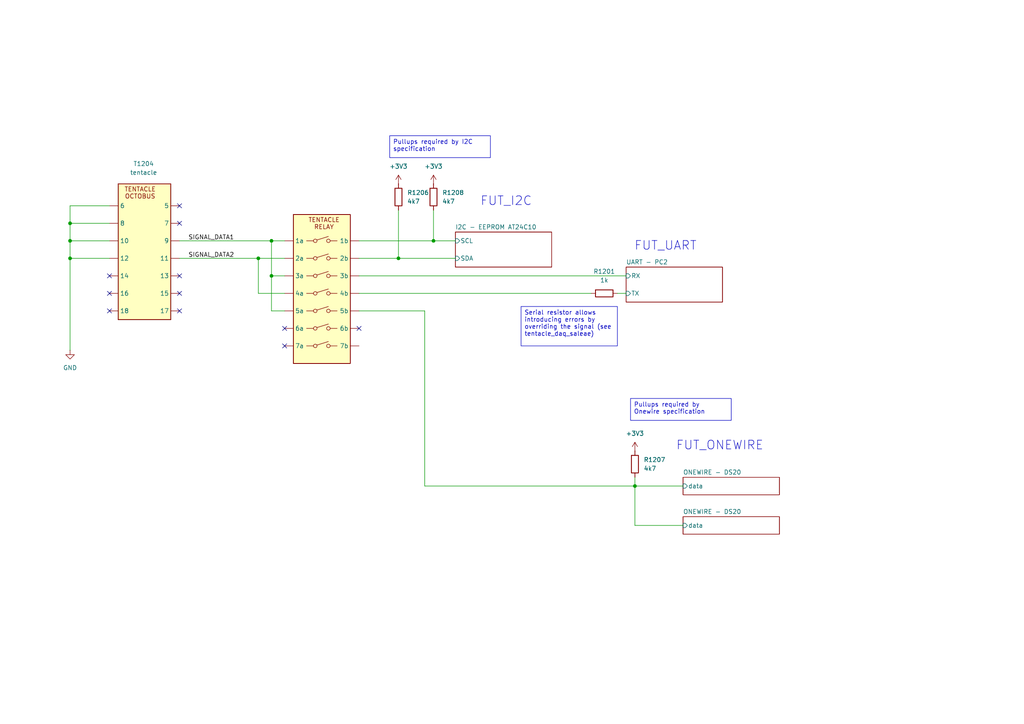
<source format=kicad_sch>
(kicad_sch (version 20231120) (generator "eeschema") (generator_version "8.0")
  (paper "A4")
  (title_block (title "tentacle_DEVICE_potpourry") (date "2024-07-16") (company "Hans Märki, Märki Informatik") (comment 1 "The MIT License (MIT)"))
  (lib_symbols
    (symbol "00_project_library:tentacle_octobus" (pin_numbers hide)
      (property "Reference" "T" (at -27.432 29.718 0))
      (property "Value" "tentacle_octobus" (at 1.27 3.81 0))
      (symbol "tentacle_octobus_1_1"
        (rectangle (start 0 0) (end 15.24 -39.37) (stroke (width 0.254)) (fill (type background)))
        (text "TENTACLE\nOCTOBUS" (at 6.35 -2.54 0) (effects (font (size 1.27 1.27))))
        (pin passive line (at -2.54 -16.51 0) (length 2.54) (name "10") (number "10"))
        (pin passive line (at 17.78 -21.59 180) (length 2.54) (name "11") (number "11"))
        (pin passive line (at -2.54 -21.59 0) (length 2.54) (name "12") (number "12"))
        (pin passive line (at 17.78 -26.67 180) (length 2.54) (name "13") (number "13"))
        (pin passive line (at -2.54 -26.67 0) (length 2.54) (name "14") (number "14"))
        (pin passive line (at 17.78 -31.75 180) (length 2.54) (name "15") (number "15"))
        (pin passive line (at -2.54 -31.75 0) (length 2.54) (name "16") (number "16"))
        (pin passive line (at 17.78 -36.83 180) (length 2.54) (name "17") (number "17"))
        (pin passive line (at -2.54 -36.83 0) (length 2.54) (name "18") (number "18"))
        (pin passive line (at 17.78 -6.35 180) (length 2.54) (name "5") (number "5"))
        (pin passive line (at -2.54 -6.35 0) (length 2.54) (name "6") (number "6"))
        (pin passive line (at 17.78 -11.43 180) (length 2.54) (name "7") (number "7"))
        (pin passive line (at -2.54 -11.43 0) (length 2.54) (name "8") (number "8"))
        (pin passive line (at 17.78 -16.51 180) (length 2.54) (name "9") (number "9"))
      )
    )
    (symbol "00_project_library:tentacle_relay" (pin_numbers hide)
      (property "Reference" "T" (at -27.432 29.718 0))
      (property "Value" "tentacle" (at 1.27 41.91 0))
      (symbol "tentacle_relay_0_1"
        (polyline (pts (xy 3.302 1.27) (xy 1.27 1.27)))
        (polyline (pts (xy 3.302 6.35) (xy 1.27 6.35)))
        (polyline (pts (xy 3.302 11.43) (xy 1.27 11.43)))
        (polyline (pts (xy 3.302 16.51) (xy 1.27 16.51)))
        (polyline (pts (xy 3.302 21.59) (xy 1.27 21.59)))
        (polyline (pts (xy 3.302 26.67) (xy 1.27 26.67)))
        (polyline (pts (xy 3.302 31.75) (xy 1.27 31.75)))
        (polyline (pts (xy 4.318 1.524) (xy 7.62 2.54)))
        (polyline (pts (xy 4.318 6.604) (xy 7.62 7.62)))
        (polyline (pts (xy 4.318 11.684) (xy 7.62 12.7)))
        (polyline (pts (xy 4.318 16.764) (xy 7.62 17.78)))
        (polyline (pts (xy 4.318 21.844) (xy 7.62 22.86)))
        (polyline (pts (xy 4.318 26.924) (xy 7.62 27.94)))
        (polyline (pts (xy 4.318 32.004) (xy 7.62 33.02)))
        (polyline (pts (xy 10.16 1.27) (xy 8.128 1.27)))
        (polyline (pts (xy 10.16 6.35) (xy 8.128 6.35)))
        (polyline (pts (xy 10.16 11.43) (xy 8.128 11.43)))
        (polyline (pts (xy 10.16 16.51) (xy 8.128 16.51)))
        (polyline (pts (xy 10.16 21.59) (xy 8.128 21.59)))
        (polyline (pts (xy 10.16 26.67) (xy 8.128 26.67)))
        (polyline (pts (xy 10.16 31.75) (xy 8.128 31.75)))
        (circle (center 3.81 1.27) (radius 0.508))
        (circle (center 3.81 6.35) (radius 0.508))
        (circle (center 3.81 11.43) (radius 0.508))
        (circle (center 3.81 16.51) (radius 0.508))
        (circle (center 3.81 21.59) (radius 0.508))
        (circle (center 3.81 26.67) (radius 0.508))
        (circle (center 3.81 31.75) (radius 0.508))
        (circle (center 7.62 1.27) (radius 0.508))
        (circle (center 7.62 6.35) (radius 0.508))
        (circle (center 7.62 11.43) (radius 0.508))
        (circle (center 7.62 16.51) (radius 0.508))
        (circle (center 7.62 21.59) (radius 0.508))
        (circle (center 7.62 26.67) (radius 0.508))
        (circle (center 7.62 31.75) (radius 0.508))
      )
      (symbol "tentacle_relay_1_1"
        (rectangle (start -2.54 39.37) (end 13.97 -3.81) (stroke (width 0.254)) (fill (type background)))
        (text "TENTACLE\nRELAY" (at 6.35 36.83 0) (effects (font (size 1.27 1.27))))
        (pin passive line (at -5.08 31.75 0) (length 2.54) (name "1a") (number ""))
        (pin passive line (at 16.51 31.75 180) (length 2.54) (name "1b") (number ""))
        (pin passive line (at -5.08 26.67 0) (length 2.54) (name "2a") (number ""))
        (pin passive line (at 16.51 26.67 180) (length 2.54) (name "2b") (number ""))
        (pin passive line (at -5.08 21.59 0) (length 2.54) (name "3a") (number ""))
        (pin passive line (at 16.51 21.59 180) (length 2.54) (name "3b") (number ""))
        (pin passive line (at -5.08 16.51 0) (length 2.54) (name "4a") (number ""))
        (pin passive line (at 16.51 16.51 180) (length 2.54) (name "4b") (number ""))
        (pin passive line (at -5.08 11.43 0) (length 2.54) (name "5a") (number ""))
        (pin passive line (at 16.51 11.43 180) (length 2.54) (name "5b") (number ""))
        (pin passive line (at -5.08 6.35 0) (length 2.54) (name "6a") (number ""))
        (pin passive line (at 16.51 6.35 180) (length 2.54) (name "6b") (number ""))
        (pin passive line (at -5.08 1.27 0) (length 2.54) (name "7a") (number ""))
        (pin passive line (at 16.51 1.27 180) (length 2.54) (name "7b") (number ""))
      )
    )
    (symbol "Device:R" (pin_numbers hide) (pin_names (offset 0))
      (property "Reference" "R" (at 2.032 0 90))
      (property "Value" "R" (at 0 0 90))
      (symbol "R_0_1"
        (rectangle (start -1.016 -2.54) (end 1.016 2.54) (stroke (width 0.254)))
      )
      (symbol "R_1_1"
        (pin passive line (at 0 3.81 270) (length 1.27) (name "~") (number "1"))
        (pin passive line (at 0 -3.81 90) (length 1.27) (name "~") (number "2"))
      )
    )
    (symbol "power:+3V3" (power) (pin_numbers hide) (pin_names (offset 0) hide)
      (property "Value" "+3V3" (at 0 3.556 0))
      (symbol "+3V3_0_1"
        (polyline (pts (xy -0.762 1.27) (xy 0 2.54)))
        (polyline (pts (xy 0 0) (xy 0 2.54)))
        (polyline (pts (xy 0 2.54) (xy 0.762 1.27)))
      )
      (symbol "+3V3_1_1"
        (pin power_in line (at 0 0 90) (length 0) (name "~") (number "1"))
      )
    )
    (symbol "power:GND" (power) (pin_numbers hide) (pin_names (offset 0) hide)
      (property "Value" "GND" (at 0 -3.81 0))
      (symbol "GND_0_1"
        (polyline (pts (xy 0 0) (xy 0 -1.27) (xy 1.27 -1.27) (xy 0 -2.54) (xy -1.27 -1.27) (xy 0 -1.27)))
      )
      (symbol "GND_1_1"
        (pin power_in line (at 0 0 270) (length 0) (name "~") (number "1"))
      )
    )
  )
  (junction (at 184.15 140.97))
  (junction (at 115.57 74.93))
  (junction (at 78.74 69.85))
  (junction (at 20.32 64.77))
  (junction (at 20.32 74.93))
  (junction (at 125.73 69.85))
  (junction (at 78.74 80.01))
  (junction (at 20.32 69.85))
  (junction (at 74.93 74.93))
  (no_connect (at 82.55 95.25))
  (no_connect (at 52.07 90.17))
  (no_connect (at 52.07 59.69))
  (no_connect (at 31.75 90.17))
  (no_connect (at 31.75 85.09))
  (no_connect (at 104.14 95.25))
  (no_connect (at 52.07 64.77))
  (no_connect (at 52.07 85.09))
  (no_connect (at 82.55 100.33))
  (no_connect (at 52.07 80.01))
  (no_connect (at 31.75 80.01))
  (wire (pts (xy 20.32 69.85) (xy 20.32 74.93)))
  (wire (pts (xy 125.73 60.96) (xy 125.73 69.85)))
  (wire (pts (xy 123.19 90.17) (xy 123.19 140.97)))
  (wire (pts (xy 82.55 85.09) (xy 74.93 85.09)))
  (wire (pts (xy 78.74 90.17) (xy 78.74 80.01)))
  (wire (pts (xy 52.07 69.85) (xy 78.74 69.85)))
  (wire (pts (xy 20.32 74.93) (xy 31.75 74.93)))
  (wire (pts (xy 125.73 69.85) (xy 132.08 69.85)))
  (wire (pts (xy 20.32 64.77) (xy 31.75 64.77)))
  (wire (pts (xy 20.32 74.93) (xy 20.32 101.6)))
  (wire (pts (xy 123.19 140.97) (xy 184.15 140.97)))
  (wire (pts (xy 132.08 74.93) (xy 115.57 74.93)))
  (wire (pts (xy 104.14 80.01) (xy 181.61 80.01)))
  (wire (pts (xy 20.32 64.77) (xy 20.32 69.85)))
  (wire (pts (xy 74.93 74.93) (xy 82.55 74.93)))
  (wire (pts (xy 184.15 152.4) (xy 198.12 152.4)))
  (wire (pts (xy 82.55 80.01) (xy 78.74 80.01)))
  (wire (pts (xy 104.14 74.93) (xy 115.57 74.93)))
  (wire (pts (xy 82.55 90.17) (xy 78.74 90.17)))
  (wire (pts (xy 184.15 140.97) (xy 184.15 152.4)))
  (wire (pts (xy 20.32 59.69) (xy 20.32 64.77)))
  (wire (pts (xy 78.74 69.85) (xy 82.55 69.85)))
  (wire (pts (xy 115.57 60.96) (xy 115.57 74.93)))
  (wire (pts (xy 20.32 69.85) (xy 31.75 69.85)))
  (wire (pts (xy 184.15 138.43) (xy 184.15 140.97)))
  (wire (pts (xy 104.14 85.09) (xy 171.45 85.09)))
  (wire (pts (xy 78.74 80.01) (xy 78.74 69.85)))
  (wire (pts (xy 179.07 85.09) (xy 181.61 85.09)))
  (wire (pts (xy 74.93 74.93) (xy 74.93 85.09)))
  (wire (pts (xy 31.75 59.69) (xy 20.32 59.69)))
  (wire (pts (xy 52.07 74.93) (xy 74.93 74.93)))
  (wire (pts (xy 104.14 69.85) (xy 125.73 69.85)))
  (wire (pts (xy 184.15 140.97) (xy 198.12 140.97)))
  (wire (pts (xy 104.14 90.17) (xy 123.19 90.17)))
  (text_box "Pullups required by Onewire specification" (at 182.88 115.57 0) (size 29.21 6.35) (effects (font (size 1.27 1.27)) (justify left top)))
  (text_box "Serial resistor allows introducing errors by overriding the signal (see tentacle_daq_saleae)" (at 151.13 88.9 0) (size 27.94 11.43) (effects (font (size 1.27 1.27)) (justify left top)))
  (text_box "Pullups required by I2C specification" (at 113.03 39.37 0) (size 29.21 6.35) (effects (font (size 1.27 1.27)) (justify left top)))
  (text "FUT_ONEWIRE" (at 208.788 129.286 0) (effects (font (size 2.54 2.54))))
  (text "FUT_I2C" (at 146.812 58.42 0) (effects (font (size 2.54 2.54))))
  (text "FUT_UART" (at 193.04 71.374 0) (effects (font (size 2.54 2.54))))
  (text "${SHEETNAME}" (at 54.864 34.036 0) (effects (font (size 2.54 2.54) (thickness 0.508) (bold yes))))
  (label "SIGNAL_DATA2" (at 54.61 74.93 0))
  (label "SIGNAL_DATA1" (at 54.61 69.85 0))
  (symbol (lib_id "Device:R") (at 115.57 57.15 0) (unit 1)
    (property "Reference" "R1206" (at 118.11 55.8799 0) (effects (justify left)))
    (property "Value" "4k7" (at 118.11 58.4199 0) (effects (justify left)))
    (property "Description" "Resistor" (effects (hide yes)))
  )
  (symbol (lib_id "power:GND") (at 20.32 101.6 0) (unit 1)
    (property "Reference" "#PWR01206" (effects (hide yes)))
    (property "Value" "GND" (at 20.32 106.68 0))
    (property "Description" "Power symbol creates a global label with name \"GND\" , ground" (effects (hide yes)))
  )
  (symbol (lib_id "Device:R") (at 175.26 85.09 90) (unit 1)
    (property "Reference" "R1201" (at 175.26 78.74 90))
    (property "Value" "1k" (at 175.26 81.28 90))
    (property "Description" "Resistor" (effects (hide yes)))
  )
  (symbol (lib_id "00_project_library:tentacle_relay") (at 87.63 101.6 0) (unit 1)
    (property "Reference" "T1205" (effects (hide yes)))
    (property "Value" "tentacle" (effects (hide yes)))
  )
  (symbol (lib_id "00_project_library:tentacle_octobus") (at 34.29 53.34 0) (unit 1)
    (property "Reference" "T1204" (at 41.656 47.498 0))
    (property "Value" "tentacle" (at 41.656 50.038 0))
  )
  (symbol (lib_id "Device:R") (at 125.73 57.15 0) (unit 1)
    (property "Reference" "R1208" (at 128.27 55.8799 0) (effects (justify left)))
    (property "Value" "4k7" (at 128.27 58.4199 0) (effects (justify left)))
    (property "Description" "Resistor" (effects (hide yes)))
  )
  (symbol (lib_id "power:+3V3") (at 184.15 130.81 0) (unit 1)
    (property "Reference" "#PWR01208" (effects (hide yes)))
    (property "Value" "+3V3" (at 184.15 125.73 0))
    (property "Description" "Power symbol creates a global label with name \"+3V3\"" (effects (hide yes)))
  )
  (symbol (lib_id "power:+3V3") (at 115.57 53.34 0) (unit 1)
    (property "Reference" "#PWR01207" (effects (hide yes)))
    (property "Value" "+3V3" (at 115.57 48.26 0))
    (property "Description" "Power symbol creates a global label with name \"+3V3\"" (effects (hide yes)))
  )
  (symbol (lib_id "Device:R") (at 184.15 134.62 0) (unit 1)
    (property "Reference" "R1207" (at 186.69 133.3499 0) (effects (justify left)))
    (property "Value" "4k7" (at 186.69 135.8899 0) (effects (justify left)))
    (property "Description" "Resistor" (effects (hide yes)))
  )
  (symbol (lib_id "power:+3V3") (at 125.73 53.34 0) (unit 1)
    (property "Reference" "#PWR01209" (effects (hide yes)))
    (property "Value" "+3V3" (at 125.73 48.26 0))
    (property "Description" "Power symbol creates a global label with name \"+3V3\"" (effects (hide yes)))
  )
  (sheet (at 181.61 77.47) (size 27.94 10.16) (stroke (width 0.1524))
    (property "Sheetname" "UART - PC2" (at 181.61 76.7584 0) (effects (justify left bottom)))
    (property "Sheetfile" "device_potpourry_uart.kicad_sch" (effects (hide yes)))
    (pin "TX" input (at 181.61 85.09 180))
    (pin "RX" input (at 181.61 80.01 180))
  )
  (sheet (at 198.12 149.86) (size 27.94 5.08) (stroke (width 0.1524))
    (property "Sheetname" "ONEWIRE - DS20" (at 198.12 149.1484 0) (effects (justify left bottom)))
    (property "Sheetfile" "device_potpourry_onewire.kicad_sch" (effects (hide yes)))
    (pin "data" input (at 198.12 152.4 180))
  )
  (sheet (at 132.08 67.31) (size 27.94 10.16) (stroke (width 0.1524))
    (property "Sheetname" "I2C - EEPROM AT24C10" (at 132.08 66.5984 0) (effects (justify left bottom)))
    (property "Sheetfile" "device_potpourry_i2c.kicad_sch" (effects (hide yes)))
    (pin "SCL" input (at 132.08 69.85 180))
    (pin "SDA" input (at 132.08 74.93 180))
  )
  (sheet (at 198.12 138.43) (size 27.94 5.08) (stroke (width 0.1524))
    (property "Sheetname" "ONEWIRE - DS20" (at 198.12 137.7184 0) (effects (justify left bottom)))
    (property "Sheetfile" "device_potpourry_onewire.kicad_sch" (effects (hide yes)))
    (pin "data" input (at 198.12 140.97 180))
  )
)
</source>
